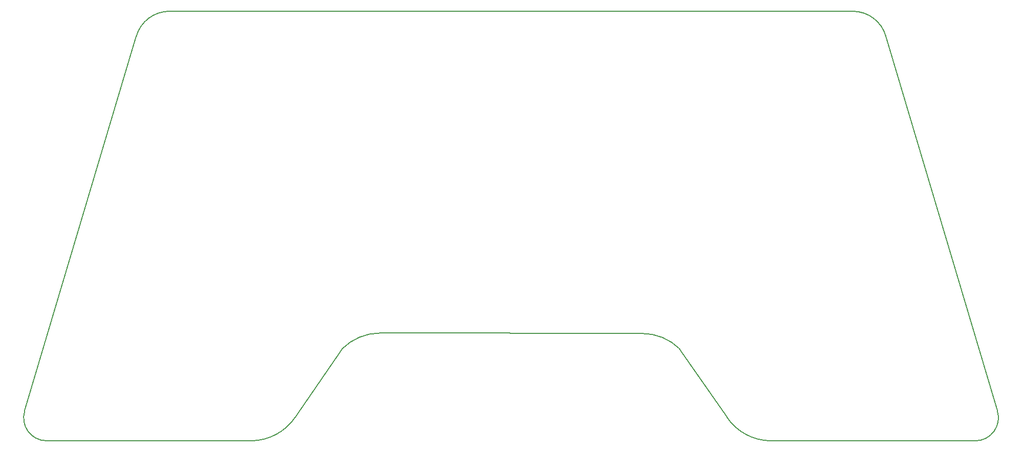
<source format=gbr>
G04 #@! TF.GenerationSoftware,KiCad,Pcbnew,(5.1.4)-1*
G04 #@! TF.CreationDate,2019-10-23T00:39:07+02:00*
G04 #@! TF.ProjectId,RF_transmitter,52465f74-7261-46e7-936d-69747465722e,rev?*
G04 #@! TF.SameCoordinates,Original*
G04 #@! TF.FileFunction,Profile,NP*
%FSLAX46Y46*%
G04 Gerber Fmt 4.6, Leading zero omitted, Abs format (unit mm)*
G04 Created by KiCad (PCBNEW (5.1.4)-1) date 2019-10-23 00:39:07*
%MOMM*%
%LPD*%
G04 APERTURE LIST*
%ADD10C,0.150000*%
G04 APERTURE END LIST*
D10*
X139573000Y-90932000D02*
X96329179Y-90868179D01*
X153696993Y-104828423D02*
X145902342Y-93514263D01*
X82270956Y-104806081D02*
X90043000Y-93472000D01*
X61469243Y-37587646D02*
X174499243Y-37587646D01*
X198412718Y-103699377D02*
X179995595Y-41736969D01*
X179995595Y-41736969D02*
G75*
G03X174499243Y-37587646I-5496352J-1565677D01*
G01*
X55972891Y-41736969D02*
G75*
G02X61469243Y-37587646I5496352J-1565677D01*
G01*
X37532782Y-103699378D02*
X55972891Y-41736969D01*
X161036000Y-108712000D02*
X194797500Y-108712000D01*
X41148000Y-108712000D02*
X74909500Y-108712000D01*
X37532782Y-103699378D02*
G75*
G03X41148000Y-108712000I3615218J-1202622D01*
G01*
X198412718Y-103699377D02*
G75*
G02X194797500Y-108712000I-3615218J-1202623D01*
G01*
X145902342Y-93514263D02*
G75*
G03X139573000Y-90932000I-6264879J-6307737D01*
G01*
X90043000Y-93472000D02*
G75*
G02X96329179Y-90868179I6286179J-6286179D01*
G01*
X153696993Y-104828423D02*
G75*
G03X161036000Y-108712000I7321476J4959544D01*
G01*
X82270956Y-104806081D02*
G75*
G02X74909500Y-108712000I-7361456J4984081D01*
G01*
M02*

</source>
